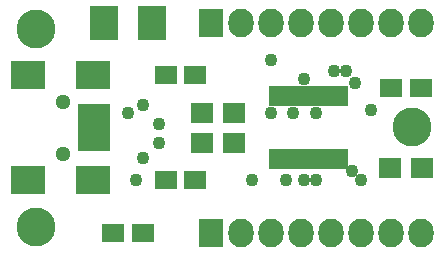
<source format=gts>
G04 #@! TF.FileFunction,Soldermask,Top*
%FSLAX46Y46*%
G04 Gerber Fmt 4.6, Leading zero omitted, Abs format (unit mm)*
G04 Created by KiCad (PCBNEW 4.0.3+e1-6302~38~ubuntu14.04.1-stable) date Tue Aug 16 14:14:18 2016*
%MOMM*%
%LPD*%
G01*
G04 APERTURE LIST*
%ADD10C,0.100000*%
%ADD11R,1.900000X1.650000*%
%ADD12R,2.400000X2.900000*%
%ADD13R,2.701240X0.900380*%
%ADD14R,2.899360X2.398980*%
%ADD15C,1.299160*%
%ADD16R,2.127200X2.432000*%
%ADD17O,2.127200X2.432000*%
%ADD18R,1.900000X1.700000*%
%ADD19R,0.806400X1.670000*%
%ADD20C,1.085800*%
%ADD21C,3.300000*%
G04 APERTURE END LIST*
D10*
D11*
X156825000Y-111760000D03*
X154325000Y-111760000D03*
D12*
X153575000Y-93980000D03*
X157575000Y-93980000D03*
D11*
X161270000Y-98425000D03*
X158770000Y-98425000D03*
X161270000Y-107315000D03*
X158770000Y-107315000D03*
X180350000Y-99500000D03*
X177850000Y-99500000D03*
D13*
X152674320Y-101269800D03*
X152674320Y-102069900D03*
X152674320Y-102870000D03*
X152674320Y-103670100D03*
X152674320Y-104470200D03*
D14*
X152575260Y-98419920D03*
X147076160Y-98419920D03*
X152575260Y-107320080D03*
X147076160Y-107320080D03*
D15*
X150075900Y-100670360D03*
X150075900Y-105069640D03*
D16*
X162560000Y-111760000D03*
D17*
X165100000Y-111760000D03*
X167640000Y-111760000D03*
X170180000Y-111760000D03*
X172720000Y-111760000D03*
X175260000Y-111760000D03*
X177800000Y-111760000D03*
X180340000Y-111760000D03*
D16*
X162560000Y-93980000D03*
D17*
X165100000Y-93980000D03*
X167640000Y-93980000D03*
X170180000Y-93980000D03*
X172720000Y-93980000D03*
X175260000Y-93980000D03*
X177800000Y-93980000D03*
X180340000Y-93980000D03*
D18*
X164545000Y-101600000D03*
X161845000Y-101600000D03*
X164545000Y-104140000D03*
X161845000Y-104140000D03*
D19*
X173736000Y-100203000D03*
X173101000Y-100203000D03*
X172440600Y-100203000D03*
X171780200Y-100203000D03*
X171145200Y-100203000D03*
X170484800Y-100203000D03*
X169824400Y-100203000D03*
X169189400Y-100203000D03*
X168529000Y-100203000D03*
X167894000Y-100203000D03*
X167894000Y-105537000D03*
X168529000Y-105537000D03*
X169189400Y-105537000D03*
X169824400Y-105537000D03*
X170484800Y-105537000D03*
X171145200Y-105537000D03*
X171780200Y-105537000D03*
X172440600Y-105537000D03*
X173101000Y-105537000D03*
X173736000Y-105537000D03*
D18*
X180450000Y-106300000D03*
X177750000Y-106300000D03*
D20*
X170497500Y-107315000D03*
X166052500Y-107315000D03*
X156210000Y-107315000D03*
X155575000Y-101600000D03*
D21*
X147750000Y-94500000D03*
X147750000Y-111250000D03*
X179600000Y-102800000D03*
D20*
X176149000Y-101346000D03*
X174802800Y-99060000D03*
X156845000Y-105410000D03*
X156845000Y-100965000D03*
X171450000Y-107315000D03*
X175260000Y-107315000D03*
X167640000Y-97155000D03*
X170497500Y-98742500D03*
X158178500Y-102552500D03*
X158178500Y-104140000D03*
X167640000Y-101600000D03*
X168910000Y-107315000D03*
X174498000Y-106553000D03*
X171450000Y-101600000D03*
X173037500Y-98107500D03*
X173990000Y-98107500D03*
X169545000Y-101600000D03*
M02*

</source>
